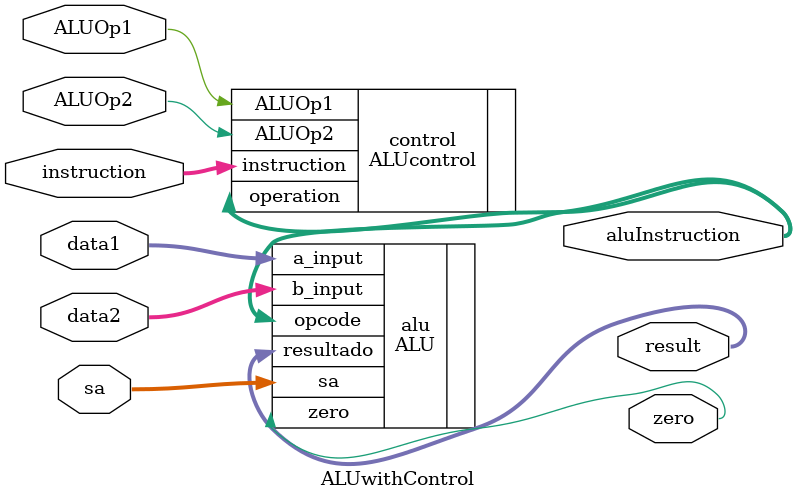
<source format=v>
`timescale 1ns / 1ps
module ALUwithControl(
    input [5:0] instruction,
    input [31:0] data1,
    input [31:0] data2,
	 input [4:0] sa,
    input ALUOp1,
	 input ALUOp2,
    output zero,
    output [31:0] result,
	 output wire [3:0]aluInstruction
    );
	ALUcontrol control (
		.instruction(instruction),
		.ALUOp1(ALUOp1),
		.ALUOp2(ALUOp2),
		.operation(aluInstruction)
	);
	
	ALU alu (
		.a_input(data1),
		.b_input(data2),
		.sa(sa),
		.opcode(aluInstruction),
		.zero(zero),
		.resultado(result));
		
	



endmodule

</source>
